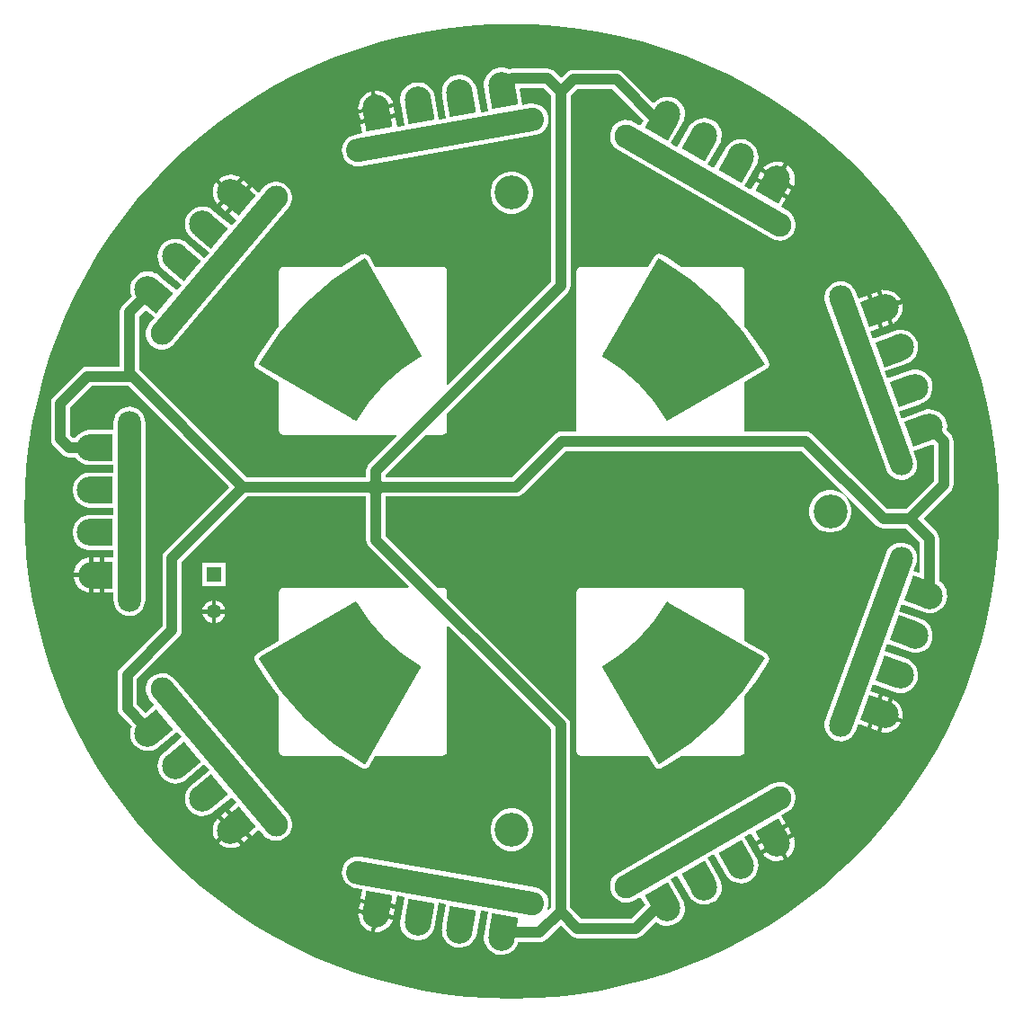
<source format=gtl>
G04*
G04 #@! TF.GenerationSoftware,Altium Limited,Altium Designer,21.7.2 (23)*
G04*
G04 Layer_Physical_Order=1*
G04 Layer_Color=255*
%FSTAX44Y44*%
%MOMM*%
G71*
G04*
G04 #@! TF.SameCoordinates,382B67D8-D4E2-4276-A31F-CACD3676A529*
G04*
G04*
G04 #@! TF.FilePolarity,Positive*
G04*
G01*
G75*
%ADD10C,0.2000*%
G04:AMPARAMS|DCode=11|XSize=2.2mm|YSize=18.9mm|CornerRadius=1.1mm|HoleSize=0mm|Usage=FLASHONLY|Rotation=320.000|XOffset=0mm|YOffset=0mm|HoleType=Round|Shape=RoundedRectangle|*
%AMROUNDEDRECTD11*
21,1,2.2000,16.7000,0,0,320.0*
21,1,0.0000,18.9000,0,0,320.0*
1,1,2.2000,-5.3673,-6.3965*
1,1,2.2000,-5.3673,-6.3965*
1,1,2.2000,5.3673,6.3965*
1,1,2.2000,5.3673,6.3965*
%
%ADD11ROUNDEDRECTD11*%
G04:AMPARAMS|DCode=12|XSize=2.2mm|YSize=18.9mm|CornerRadius=1.1mm|HoleSize=0mm|Usage=FLASHONLY|Rotation=240.000|XOffset=0mm|YOffset=0mm|HoleType=Round|Shape=RoundedRectangle|*
%AMROUNDEDRECTD12*
21,1,2.2000,16.7000,0,0,240.0*
21,1,0.0000,18.9000,0,0,240.0*
1,1,2.2000,-7.2313,4.1750*
1,1,2.2000,-7.2313,4.1750*
1,1,2.2000,7.2313,-4.1750*
1,1,2.2000,7.2313,-4.1750*
%
%ADD12ROUNDEDRECTD12*%
G04:AMPARAMS|DCode=13|XSize=2.2mm|YSize=18.9mm|CornerRadius=1.1mm|HoleSize=0mm|Usage=FLASHONLY|Rotation=160.000|XOffset=0mm|YOffset=0mm|HoleType=Round|Shape=RoundedRectangle|*
%AMROUNDEDRECTD13*
21,1,2.2000,16.7000,0,0,160.0*
21,1,0.0000,18.9000,0,0,160.0*
1,1,2.2000,2.8559,7.8464*
1,1,2.2000,2.8559,7.8464*
1,1,2.2000,-2.8559,-7.8464*
1,1,2.2000,-2.8559,-7.8464*
%
%ADD13ROUNDEDRECTD13*%
G04:AMPARAMS|DCode=14|XSize=2.2mm|YSize=18.9mm|CornerRadius=1.1mm|HoleSize=0mm|Usage=FLASHONLY|Rotation=80.000|XOffset=0mm|YOffset=0mm|HoleType=Round|Shape=RoundedRectangle|*
%AMROUNDEDRECTD14*
21,1,2.2000,16.7000,0,0,80.0*
21,1,0.0000,18.9000,0,0,80.0*
1,1,2.2000,8.2232,-1.4500*
1,1,2.2000,8.2232,-1.4500*
1,1,2.2000,-8.2232,1.4500*
1,1,2.2000,-8.2232,1.4500*
%
%ADD14ROUNDEDRECTD14*%
G04:AMPARAMS|DCode=15|XSize=2.2mm|YSize=18.9mm|CornerRadius=1.1mm|HoleSize=0mm|Usage=FLASHONLY|Rotation=0.000|XOffset=0mm|YOffset=0mm|HoleType=Round|Shape=RoundedRectangle|*
%AMROUNDEDRECTD15*
21,1,2.2000,16.7000,0,0,0.0*
21,1,0.0000,18.9000,0,0,0.0*
1,1,2.2000,0.0000,-8.3500*
1,1,2.2000,0.0000,-8.3500*
1,1,2.2000,0.0000,8.3500*
1,1,2.2000,0.0000,8.3500*
%
%ADD15ROUNDEDRECTD15*%
G04:AMPARAMS|DCode=16|XSize=2.2mm|YSize=18.9mm|CornerRadius=1.1mm|HoleSize=0mm|Usage=FLASHONLY|Rotation=280.000|XOffset=0mm|YOffset=0mm|HoleType=Round|Shape=RoundedRectangle|*
%AMROUNDEDRECTD16*
21,1,2.2000,16.7000,0,0,280.0*
21,1,0.0000,18.9000,0,0,280.0*
1,1,2.2000,-8.2232,-1.4500*
1,1,2.2000,-8.2232,-1.4500*
1,1,2.2000,8.2232,1.4500*
1,1,2.2000,8.2232,1.4500*
%
%ADD16ROUNDEDRECTD16*%
G04:AMPARAMS|DCode=17|XSize=2.2mm|YSize=18.9mm|CornerRadius=1.1mm|HoleSize=0mm|Usage=FLASHONLY|Rotation=200.000|XOffset=0mm|YOffset=0mm|HoleType=Round|Shape=RoundedRectangle|*
%AMROUNDEDRECTD17*
21,1,2.2000,16.7000,0,0,200.0*
21,1,0.0000,18.9000,0,0,200.0*
1,1,2.2000,-2.8559,7.8464*
1,1,2.2000,-2.8559,7.8464*
1,1,2.2000,2.8559,-7.8464*
1,1,2.2000,2.8559,-7.8464*
%
%ADD17ROUNDEDRECTD17*%
G04:AMPARAMS|DCode=18|XSize=2.2mm|YSize=18.9mm|CornerRadius=1.1mm|HoleSize=0mm|Usage=FLASHONLY|Rotation=120.000|XOffset=0mm|YOffset=0mm|HoleType=Round|Shape=RoundedRectangle|*
%AMROUNDEDRECTD18*
21,1,2.2000,16.7000,0,0,120.0*
21,1,0.0000,18.9000,0,0,120.0*
1,1,2.2000,7.2313,4.1750*
1,1,2.2000,7.2313,4.1750*
1,1,2.2000,-7.2313,-4.1750*
1,1,2.2000,-7.2313,-4.1750*
%
%ADD18ROUNDEDRECTD18*%
G04:AMPARAMS|DCode=19|XSize=2.2mm|YSize=18.9mm|CornerRadius=1.1mm|HoleSize=0mm|Usage=FLASHONLY|Rotation=40.000|XOffset=0mm|YOffset=0mm|HoleType=Round|Shape=RoundedRectangle|*
%AMROUNDEDRECTD19*
21,1,2.2000,16.7000,0,0,40.0*
21,1,0.0000,18.9000,0,0,40.0*
1,1,2.2000,5.3673,-6.3965*
1,1,2.2000,5.3673,-6.3965*
1,1,2.2000,-5.3673,6.3965*
1,1,2.2000,-5.3673,6.3965*
%
%ADD19ROUNDEDRECTD19*%
G04:AMPARAMS|DCode=23|XSize=2mm|YSize=2.5mm|CornerRadius=0mm|HoleSize=0mm|Usage=FLASHONLY|Rotation=320.000|XOffset=0mm|YOffset=0mm|HoleType=Round|Shape=Rectangle|*
%AMROTATEDRECTD23*
4,1,4,-1.5695,-0.3148,0.0374,1.6003,1.5695,0.3148,-0.0374,-1.6003,-1.5695,-0.3148,0.0*
%
%ADD23ROTATEDRECTD23*%

%ADD24C,2.5000*%
G04:AMPARAMS|DCode=25|XSize=2mm|YSize=2.5mm|CornerRadius=0mm|HoleSize=0mm|Usage=FLASHONLY|Rotation=240.000|XOffset=0mm|YOffset=0mm|HoleType=Round|Shape=Rectangle|*
%AMROTATEDRECTD25*
4,1,4,-0.5825,1.4910,1.5825,0.2410,0.5825,-1.4910,-1.5825,-0.2410,-0.5825,1.4910,0.0*
%
%ADD25ROTATEDRECTD25*%

G04:AMPARAMS|DCode=26|XSize=2mm|YSize=2.5mm|CornerRadius=0mm|HoleSize=0mm|Usage=FLASHONLY|Rotation=160.000|XOffset=0mm|YOffset=0mm|HoleType=Round|Shape=Rectangle|*
%AMROTATEDRECTD26*
4,1,4,1.3672,0.8326,0.5122,-1.5166,-1.3672,-0.8326,-0.5122,1.5166,1.3672,0.8326,0.0*
%
%ADD26ROTATEDRECTD26*%

G04:AMPARAMS|DCode=27|XSize=2mm|YSize=2.5mm|CornerRadius=0mm|HoleSize=0mm|Usage=FLASHONLY|Rotation=80.000|XOffset=0mm|YOffset=0mm|HoleType=Round|Shape=Rectangle|*
%AMROTATEDRECTD27*
4,1,4,1.0574,-1.2019,-1.4047,-0.7678,-1.0574,1.2019,1.4047,0.7678,1.0574,-1.2019,0.0*
%
%ADD27ROTATEDRECTD27*%

%ADD28R,2.0000X2.5000*%
G04:AMPARAMS|DCode=29|XSize=2mm|YSize=2.5mm|CornerRadius=0mm|HoleSize=0mm|Usage=FLASHONLY|Rotation=280.000|XOffset=0mm|YOffset=0mm|HoleType=Round|Shape=Rectangle|*
%AMROTATEDRECTD29*
4,1,4,-1.4047,0.7678,1.0574,1.2019,1.4047,-0.7678,-1.0574,-1.2019,-1.4047,0.7678,0.0*
%
%ADD29ROTATEDRECTD29*%

G04:AMPARAMS|DCode=30|XSize=2mm|YSize=2.5mm|CornerRadius=0mm|HoleSize=0mm|Usage=FLASHONLY|Rotation=200.000|XOffset=0mm|YOffset=0mm|HoleType=Round|Shape=Rectangle|*
%AMROTATEDRECTD30*
4,1,4,0.5122,1.5166,1.3672,-0.8326,-0.5122,-1.5166,-1.3672,0.8326,0.5122,1.5166,0.0*
%
%ADD30ROTATEDRECTD30*%

G04:AMPARAMS|DCode=31|XSize=2mm|YSize=2.5mm|CornerRadius=0mm|HoleSize=0mm|Usage=FLASHONLY|Rotation=120.000|XOffset=0mm|YOffset=0mm|HoleType=Round|Shape=Rectangle|*
%AMROTATEDRECTD31*
4,1,4,1.5825,-0.2410,-0.5825,-1.4910,-1.5825,0.2410,0.5825,1.4910,1.5825,-0.2410,0.0*
%
%ADD31ROTATEDRECTD31*%

G04:AMPARAMS|DCode=32|XSize=2mm|YSize=2.5mm|CornerRadius=0mm|HoleSize=0mm|Usage=FLASHONLY|Rotation=40.000|XOffset=0mm|YOffset=0mm|HoleType=Round|Shape=Rectangle|*
%AMROTATEDRECTD32*
4,1,4,0.0374,-1.6003,-1.5695,0.3148,-0.0374,1.6003,1.5695,-0.3148,0.0374,-1.6003,0.0*
%
%ADD32ROTATEDRECTD32*%

%ADD33C,1.0000*%
%ADD34C,0.6000*%
%ADD35C,1.3500*%
%ADD36R,1.3500X1.3500*%
%ADD37C,3.2000*%
%ADD38C,0.5000*%
%ADD39C,0.8000*%
%ADD40C,1.6000*%
G36*
X00021198Y00458506D02*
X00042351Y00457038D01*
X00063413Y00454594D01*
X0008434Y0045118D01*
X00105087Y00446804D01*
X0012561Y00441474D01*
X00145865Y00435201D01*
X00165808Y00428D01*
X00185398Y00419886D01*
X00204592Y00410876D01*
X00223349Y00400989D01*
X0024163Y00390246D01*
X00259395Y0037867D01*
X00276607Y00366286D01*
X00293228Y00353121D01*
X00309223Y00339202D01*
X00324559Y00324559D01*
X00339202Y00309223D01*
X00353121Y00293228D01*
X00366286Y00276607D01*
X0037867Y00259395D01*
X00390246Y0024163D01*
X00400989Y00223349D01*
X00410876Y00204592D01*
X00419886Y00185398D01*
X00428Y00165808D01*
X00435201Y00145865D01*
X00441474Y0012561D01*
X00446804Y00105087D01*
X0045118Y0008434D01*
X00454594Y00063413D01*
X00457038Y00042351D01*
X00458506Y00021198D01*
X00458996Y0D01*
X00458506Y-00021198D01*
X00457038Y-00042351D01*
X00454594Y-00063413D01*
X0045118Y-0008434D01*
X00446804Y-00105087D01*
X00441474Y-0012561D01*
X00435201Y-00145865D01*
X00428Y-00165808D01*
X00419886Y-00185398D01*
X00410876Y-00204592D01*
X00400989Y-00223349D01*
X00390246Y-0024163D01*
X0037867Y-00259395D01*
X00366286Y-00276607D01*
X00353121Y-00293228D01*
X00339202Y-00309223D01*
X00324559Y-00324559D01*
X00309223Y-00339202D01*
X00293228Y-00353121D01*
X00276607Y-00366286D01*
X00259395Y-0037867D01*
X0024163Y-00390246D01*
X00223349Y-00400989D01*
X00204592Y-00410876D01*
X00185398Y-00419886D01*
X00165808Y-00428D01*
X00145865Y-00435201D01*
X0012561Y-00441474D01*
X00105087Y-00446804D01*
X0008434Y-0045118D01*
X00063413Y-00454594D01*
X00042351Y-00457038D01*
X00021198Y-00458506D01*
X0Y-00458996D01*
X-00021198Y-00458506D01*
X-00042351Y-00457038D01*
X-00063413Y-00454594D01*
X-0008434Y-0045118D01*
X-00105087Y-00446804D01*
X-0012561Y-00441474D01*
X-00145865Y-00435201D01*
X-00165808Y-00428D01*
X-00185398Y-00419886D01*
X-00204592Y-00410876D01*
X-00223349Y-00400989D01*
X-0024163Y-00390246D01*
X-00259395Y-0037867D01*
X-00276607Y-00366286D01*
X-00293228Y-00353121D01*
X-00309223Y-00339202D01*
X-00324559Y-00324559D01*
X-00339202Y-00309223D01*
X-00353121Y-00293228D01*
X-00366286Y-00276607D01*
X-0037867Y-00259395D01*
X-00390246Y-0024163D01*
X-00400989Y-00223349D01*
X-00410876Y-00204592D01*
X-00419886Y-00185398D01*
X-00428Y-00165808D01*
X-00435201Y-00145865D01*
X-00441474Y-0012561D01*
X-00446804Y-00105087D01*
X-0045118Y-0008434D01*
X-00454594Y-00063413D01*
X-00457038Y-00042351D01*
X-00458506Y-00021198D01*
X-00458996Y0D01*
X-00458506Y00021198D01*
X-00457038Y00042351D01*
X-00454594Y00063413D01*
X-0045118Y0008434D01*
X-00446804Y00105087D01*
X-00441474Y0012561D01*
X-00435201Y00145865D01*
X-00428Y00165808D01*
X-00419886Y00185398D01*
X-00410876Y00204592D01*
X-00400989Y00223349D01*
X-00390246Y0024163D01*
X-0037867Y00259395D01*
X-00366286Y00276607D01*
X-00353121Y00293228D01*
X-00339202Y00309223D01*
X-00324559Y00324559D01*
X-00309223Y00339202D01*
X-00293228Y00353121D01*
X-00276607Y00366286D01*
X-00259395Y0037867D01*
X-0024163Y00390246D01*
X-00223349Y00400989D01*
X-00204592Y00410876D01*
X-00185398Y00419886D01*
X-00165808Y00428D01*
X-00145865Y00435201D01*
X-0012561Y00441474D01*
X-00105087Y00446804D01*
X-0008434Y0045118D01*
X-00063413Y00454594D01*
X-00042351Y00457038D01*
X-00021198Y00458506D01*
X0Y00458996D01*
X00021198Y00458506D01*
D02*
G37*
%LPC*%
G36*
X-00128736Y00396088D02*
X-00126231Y00381882D01*
X-00111951Y003844D01*
X-00112298Y00386369D01*
X-00112764Y00386287D01*
X-00113064Y0038706D01*
X-0011481Y00389801D01*
X-00117058Y00392149D01*
X-0011972Y00394013D01*
X-00122695Y00395322D01*
X-00125869Y00396026D01*
X-00128736Y00396088D01*
D02*
G37*
G36*
X-00132675Y00395393D02*
X-00135348Y00394354D01*
X-00138089Y00392608D01*
X-00140437Y0039036D01*
X-00142301Y00387698D01*
X-0014361Y00384723D01*
X-00144314Y0038155D01*
X-00144332Y00380721D01*
X-00144797Y00380639D01*
X-0014445Y00378669D01*
X-0013017Y00381187D01*
X-00132675Y00395393D01*
D02*
G37*
G36*
X-00011115Y00417919D02*
X-00014316Y00417355D01*
X-00017345Y00416177D01*
X-00020086Y0041443D01*
X-00022434Y00412183D01*
X-00024298Y0040952D01*
X-00025607Y00406545D01*
X-00026311Y00403372D01*
X-00026351Y00401524D01*
X-0002662Y00401477D01*
X-00022292Y00376928D01*
X-00029185Y00375713D01*
X-00033514Y00400261D01*
X-00033783Y00400214D01*
X-00034453Y00401936D01*
X-000362Y00404678D01*
X-00038447Y00407025D01*
X-00041109Y0040889D01*
X-00044084Y00410199D01*
X-00047258Y00410902D01*
X-00050507Y00410973D01*
X-00053708Y00410409D01*
X-00056737Y00409231D01*
X-00059478Y00407484D01*
X-00061826Y00405237D01*
X-0006369Y00402574D01*
X-00064999Y00399599D01*
X-00065703Y00396426D01*
X-00065743Y00394578D01*
X-00066012Y00394531D01*
X-00065774Y00393177D01*
Y00393177D01*
X-00065209Y00389976D01*
X-00065209Y00389975D01*
X-00061684Y00369982D01*
X-00068577Y00368767D01*
X-00072906Y00393315D01*
X-00073176Y00393268D01*
X-00073845Y00394991D01*
X-00075592Y00397732D01*
X-00077839Y0040008D01*
X-00080502Y00401944D01*
X-00083477Y00403253D01*
X-0008665Y00403956D01*
X-00089899Y00404027D01*
X-000931Y00403463D01*
X-00096129Y00402285D01*
X-00098871Y00400538D01*
X-00101218Y00398291D01*
X-00103083Y00395629D01*
X-00104392Y00392654D01*
X-00105095Y0038948D01*
X-00105135Y00387632D01*
X-00105405Y00387585D01*
X-00105166Y00386231D01*
Y00386231D01*
X-00104602Y0038303D01*
X-00104602Y0038303D01*
X-00101076Y00363036D01*
X-0010797Y00361821D01*
X-0010952Y00370612D01*
X-00125769Y00367747D01*
X-00142019Y00364882D01*
X-00140469Y0035609D01*
X-00147362Y00354875D01*
X-00150208Y00354079D01*
X-00152843Y00352743D01*
X-00155168Y00350919D01*
X-00157092Y00348676D01*
X-00158541Y00346102D01*
X-0015946Y00343293D01*
X-00159814Y0034036D01*
X-00159588Y00337414D01*
X-00158792Y00334568D01*
X-00157457Y00331933D01*
X-00155633Y00329608D01*
X-0015339Y00327684D01*
X-00150815Y00326235D01*
X-00148007Y00325316D01*
X-00145074Y00324962D01*
X-00142128Y00325188D01*
X00022335Y00354187D01*
X00025181Y00354983D01*
X00027817Y00356318D01*
X00030141Y00358143D01*
X00032065Y00360385D01*
X00033514Y0036296D01*
X00034433Y00365768D01*
X00034787Y00368702D01*
X00034562Y00371648D01*
X00033766Y00374493D01*
X0003243Y00377129D01*
X00030606Y00379453D01*
X00028363Y00381377D01*
X00025789Y00382826D01*
X0002298Y00383746D01*
X00020047Y00384099D01*
X00017101Y00383874D01*
X00010207Y00382658D01*
X00007511Y00397949D01*
X00008327Y00398922D01*
X00030057D01*
X00037476Y00391503D01*
Y00379766D01*
X00037383Y00379059D01*
Y00216221D01*
X-00059748Y00119089D01*
X-00060922Y00119575D01*
Y00226D01*
X-00061232Y00227561D01*
X-00062116Y00228884D01*
X-00063439Y00229768D01*
X-00065Y00230078D01*
X-0012847D01*
X-00134183Y00239974D01*
X-00134623Y00240475D01*
X-00134993Y0024103D01*
X-00135273Y00241217D01*
X-00135494Y00241469D01*
X-00136093Y00241764D01*
X-00136647Y00242135D01*
X-00136977Y002422D01*
X-00137278Y00242349D01*
X-00137944Y00242393D01*
X-00138598Y00242523D01*
X-00138928Y00242457D01*
X-00139263Y00242479D01*
X-00139895Y00242265D01*
X-00140549Y00242135D01*
X-00140829Y00241948D01*
X-00141147Y0024184D01*
X-00141455Y0024157D01*
X-00145931Y00239045D01*
X-001598Y00230078D01*
X-00215D01*
X-00216561Y00229768D01*
X-00217884Y00228884D01*
X-00218768Y00227561D01*
X-00219078Y00226D01*
Y00174586D01*
X-00220172Y00173273D01*
X-00230022Y00159887D01*
X-00239045Y00145931D01*
X-0024157Y00141455D01*
X-0024184Y00141147D01*
X-00241948Y00140829D01*
X-00242135Y00140549D01*
X-00242265Y00139895D01*
X-00242479Y00139263D01*
X-00242457Y00138928D01*
X-00242523Y00138598D01*
X-00242393Y00137944D01*
X-00242349Y00137278D01*
X-002422Y00136977D01*
X-00242135Y00136647D01*
X-00241764Y00136093D01*
X-00241469Y00135494D01*
X-00241217Y00135273D01*
X-0024103Y00134993D01*
X-00240475Y00134623D01*
X-00239974Y00134183D01*
X-00219078Y00122119D01*
Y00076D01*
X-00218768Y00074439D01*
X-00217884Y00073116D01*
X-00216561Y00072232D01*
X-00215Y00071922D01*
X-00108575D01*
X-00108089Y00070748D01*
X-00134419Y00044419D01*
X-00135862Y00042539D01*
X-00136768Y00040349D01*
X-00137078Y00038D01*
Y00032078D01*
X-0024924D01*
X-00351002Y00133839D01*
Y00183845D01*
X-0034512Y00189727D01*
X-00336496Y0018249D01*
X-00340995Y00177127D01*
X-00342663Y00174689D01*
X-00343824Y00171971D01*
X-00344432Y0016908D01*
X-00344464Y00166125D01*
X-00343919Y00163221D01*
X-00342818Y00160479D01*
X-00341204Y00158005D01*
X-00339137Y00155893D01*
X-00336698Y00154224D01*
X-00333981Y00153064D01*
X-0033109Y00152456D01*
X-00328135Y00152424D01*
X-00325231Y00152968D01*
X-00322489Y00154069D01*
X-00320014Y00155684D01*
X-00317903Y0015775D01*
X-00210557Y0028568D01*
X-00208889Y00288118D01*
X-00207728Y00290836D01*
X-0020712Y00293727D01*
X-00207088Y00296682D01*
X-00207633Y00299586D01*
X-00208734Y00302328D01*
X-00210348Y00304802D01*
X-00212415Y00306915D01*
X-00214853Y00308583D01*
X-00217571Y00309743D01*
X-00220462Y00310351D01*
X-00223417Y00310383D01*
X-00226321Y00309839D01*
X-00229063Y00308738D01*
X-00231537Y00307123D01*
X-0023365Y00305057D01*
X-00238149Y00299694D01*
X-00244988Y00305433D01*
X-00255594Y00292793D01*
X-002662Y00280153D01*
X-00259361Y00274415D01*
X-0026386Y00269053D01*
X-00279413Y00282102D01*
X-00279413Y00282103D01*
X-00281903Y00284192D01*
X-00281903Y00284192D01*
X-00282956Y00285076D01*
X-00283132Y00284866D01*
X-00284752Y00285755D01*
X-00287852Y00286733D01*
X-00291083Y00287086D01*
X-00294321Y00286803D01*
X-00297441Y00285894D01*
X-00300324Y00284393D01*
X-00302859Y00282358D01*
X-00304948Y00279869D01*
X-00306511Y00277019D01*
X-00307489Y00273919D01*
X-00307843Y00270688D01*
X-00307559Y00267451D01*
X-0030665Y0026433D01*
X-00305149Y00261447D01*
X-00303992Y00260006D01*
X-00304168Y00259796D01*
X-00285072Y00243773D01*
X-00289572Y00238411D01*
X-00308668Y00254434D01*
X-00308843Y00254224D01*
X-00310464Y00255113D01*
X-00313564Y00256091D01*
X-00316794Y00256445D01*
X-00320032Y00256161D01*
X-00323153Y00255252D01*
X-00326036Y00253751D01*
X-00328571Y00251717D01*
X-0033066Y00249227D01*
X-00332223Y00246377D01*
X-003332Y00243277D01*
X-00333554Y00240047D01*
X-00333271Y00236809D01*
X-00332361Y00233688D01*
X-00330861Y00230805D01*
X-00329704Y00229364D01*
X-00329879Y00229154D01*
X-00328826Y00228271D01*
X-00328826Y00228271D01*
X-00326337Y00226182D01*
X-00326336Y00226181D01*
X-00310784Y00213131D01*
X-00315284Y00207769D01*
X-00330836Y00220819D01*
X-00330836Y00220819D01*
X-00333326Y00222908D01*
X-00333326Y00222908D01*
X-00334379Y00223792D01*
X-00334555Y00223583D01*
X-00336175Y00224472D01*
X-00339275Y00225449D01*
X-00342506Y00225803D01*
X-00345744Y0022552D01*
X-00348864Y0022461D01*
X-00351747Y00223109D01*
X-00354282Y00221075D01*
X-00356371Y00218585D01*
X-00357935Y00215736D01*
X-00358912Y00212636D01*
X-00359266Y00209405D01*
X-00358983Y00206167D01*
X-00358073Y00203047D01*
X-00357868Y00202654D01*
X-00366498Y00194024D01*
X-00367941Y00192144D01*
X-00368848Y00189955D01*
X-00369157Y00187605D01*
Y00136078D01*
X-00399609D01*
X-00401959Y00135768D01*
X-00404148Y00134861D01*
X-00406028Y00133419D01*
X-00431419Y00108028D01*
X-00432861Y00106148D01*
X-00433768Y00103959D01*
X-00434078Y00101609D01*
Y00068D01*
X-00433768Y00065651D01*
X-00432861Y00063461D01*
X-00431419Y00061581D01*
X-00423419Y00053581D01*
X-00421539Y00052139D01*
X-0041935Y00051232D01*
X-00417Y00050922D01*
X-00417Y00050922D01*
X-00410779D01*
X-00409816Y00049482D01*
X-00407518Y00047184D01*
X-00404816Y00045378D01*
X-00401813Y00044134D01*
X-004Y00043773D01*
Y000435D01*
X-00375073D01*
Y000365D01*
X-004D01*
Y00036226D01*
X-00401813Y00035866D01*
X-00404816Y00034622D01*
X-00407518Y00032816D01*
X-00409816Y00030518D01*
X-00411622Y00027816D01*
X-00412866Y00024813D01*
X-004135Y00021625D01*
Y00018375D01*
X-00412866Y00015187D01*
X-00411622Y00012184D01*
X-00409816Y00009482D01*
X-00407518Y00007184D01*
X-00404816Y00005378D01*
X-00401813Y00004134D01*
X-004Y00003774D01*
Y000035D01*
X-00375073D01*
Y-000035D01*
X-00395375D01*
X-00395375Y-000035D01*
X-00398625D01*
X-00398625Y-000035D01*
X-004D01*
Y-00003774D01*
X-00401813Y-00004134D01*
X-00404816Y-00005378D01*
X-00407518Y-00007184D01*
X-00409816Y-00009482D01*
X-00411622Y-00012184D01*
X-00412866Y-00015187D01*
X-004135Y-00018375D01*
Y-00021625D01*
X-00412866Y-00024813D01*
X-00411622Y-00027816D01*
X-00409816Y-00030518D01*
X-00407518Y-00032816D01*
X-00404816Y-00034622D01*
X-00401813Y-00035866D01*
X-004Y-00036226D01*
Y-000365D01*
X-00375073D01*
Y-000435D01*
X-00384D01*
Y-0006D01*
Y-000765D01*
X-00375073D01*
Y-000835D01*
X-00374783Y-0008644D01*
X-00373925Y-00089268D01*
X-00372532Y-00091874D01*
X-00370658Y-00094158D01*
X-00368374Y-00096032D01*
X-00365768Y-00097425D01*
X-0036294Y-00098283D01*
X-0036Y-00098573D01*
X-0035706Y-00098283D01*
X-00354232Y-00097425D01*
X-00351626Y-00096032D01*
X-00349342Y-00094158D01*
X-00347468Y-00091874D01*
X-00346075Y-00089268D01*
X-00345217Y-0008644D01*
X-00344927Y-000835D01*
Y000835D01*
X-00345217Y0008644D01*
X-00346075Y00089268D01*
X-00347468Y00091874D01*
X-00349342Y00094158D01*
X-00351626Y00096032D01*
X-00354232Y00097425D01*
X-0035706Y00098283D01*
X-0036Y00098573D01*
X-0036294Y00098283D01*
X-00365768Y00097425D01*
X-00368374Y00096032D01*
X-00370658Y00094158D01*
X-00372532Y00091874D01*
X-00373925Y00089268D01*
X-00374783Y0008644D01*
X-00375073Y000835D01*
Y000765D01*
X-004D01*
Y00076227D01*
X-00401813Y00075866D01*
X-00404816Y00074622D01*
X-00407518Y00072816D01*
X-00409816Y00070518D01*
X-00410779Y00069078D01*
X-0041324D01*
X-00415922Y0007176D01*
Y00097849D01*
X-00395849Y00117922D01*
X-0036076D01*
X-00265838Y00023D01*
X-00326419Y-00037581D01*
X-00327861Y-00039461D01*
X-00328768Y-00041651D01*
X-00329078Y-00044D01*
Y-0010824D01*
X-00368419Y-00147581D01*
X-00369861Y-00149461D01*
X-00370768Y-0015165D01*
X-00371078Y-00154D01*
Y-00185684D01*
X-00370768Y-00188034D01*
X-00369861Y-00190223D01*
X-00368419Y-00192103D01*
X-00357868Y-00202654D01*
X-00358073Y-00203046D01*
X-00358983Y-00206167D01*
X-00359266Y-00209405D01*
X-00358912Y-00212636D01*
X-00357935Y-00215735D01*
X-00356371Y-00218585D01*
X-00354282Y-00221075D01*
X-00351747Y-00223109D01*
X-00348864Y-0022461D01*
X-00345744Y-0022552D01*
X-00342506Y-00225803D01*
X-00339275Y-00225449D01*
X-00336175Y-00224471D01*
X-00334555Y-00223582D01*
X-00334379Y-00223792D01*
X-00315284Y-00207769D01*
X-00310784Y-00213131D01*
X-00326337Y-00226181D01*
X-00328826Y-00228271D01*
X-00328826Y-00228271D01*
X-0032988Y-00229154D01*
X-00329704Y-00229364D01*
X-00330861Y-00230805D01*
X-00332361Y-00233688D01*
X-00333271Y-00236809D01*
X-00333554Y-00240047D01*
X-003332Y-00243277D01*
X-00332223Y-00246377D01*
X-0033066Y-00249227D01*
X-00328571Y-00251717D01*
X-00326036Y-00253751D01*
X-00323153Y-00255252D01*
X-00320032Y-00256161D01*
X-00316795Y-00256445D01*
X-00313564Y-00256091D01*
X-00310464Y-00255113D01*
X-00308843Y-00254224D01*
X-00308668Y-00254434D01*
X-00289572Y-00238411D01*
X-00285072Y-00243773D01*
X-00304168Y-00259796D01*
X-00303992Y-00260006D01*
X-00305149Y-00261447D01*
X-0030665Y-0026433D01*
X-0030756Y-00267451D01*
X-00307843Y-00270688D01*
X-00307489Y-00273919D01*
X-00306511Y-00277019D01*
X-00304948Y-00279869D01*
X-00302859Y-00282358D01*
X-00300324Y-00284393D01*
X-00297441Y-00285894D01*
X-00294321Y-00286803D01*
X-00291083Y-00287086D01*
X-00287852Y-00286733D01*
X-00284752Y-00285755D01*
X-00283132Y-00284866D01*
X-00282956Y-00285076D01*
X-0026386Y-00269053D01*
X-00259361Y-00274415D01*
X-002662Y-00280153D01*
X-00255594Y-00292793D01*
X-00244988Y-00305433D01*
X-00238149Y-00299694D01*
X-0023365Y-00305057D01*
X-00231537Y-00307123D01*
X-00229063Y-00308738D01*
X-00226321Y-00309839D01*
X-00223417Y-00310383D01*
X-00220462Y-00310351D01*
X-00217571Y-00309743D01*
X-00214853Y-00308583D01*
X-00212415Y-00306915D01*
X-00210348Y-00304802D01*
X-00208734Y-00302328D01*
X-00207633Y-00299586D01*
X-00207088Y-00296682D01*
X-0020712Y-00293727D01*
X-00207728Y-00290836D01*
X-00208889Y-00288118D01*
X-00210557Y-0028568D01*
X-00317903Y-0015775D01*
X-00320014Y-00155684D01*
X-00322489Y-00154069D01*
X-00325231Y-00152968D01*
X-00328135Y-00152424D01*
X-0033109Y-00152456D01*
X-00333981Y-00153064D01*
X-00336698Y-00154224D01*
X-00339137Y-00155893D01*
X-00341204Y-00158005D01*
X-00342818Y-00160479D01*
X-00343919Y-00163221D01*
X-00344464Y-00166125D01*
X-00344432Y-0016908D01*
X-00343824Y-00171971D01*
X-00342663Y-00174689D01*
X-00340995Y-00177127D01*
X-00336496Y-0018249D01*
X-0034512Y-00189727D01*
X-00352922Y-00181924D01*
Y-0015776D01*
X-00313581Y-00118419D01*
X-00312139Y-00116539D01*
X-00311232Y-00114349D01*
X-00310922Y-00112D01*
Y-0004776D01*
X-0024924Y00013922D01*
X-00137078D01*
Y-00027D01*
X-00136768Y-0002935D01*
X-00135862Y-00031539D01*
X-00134419Y-00033419D01*
X-00097089Y-00070748D01*
X-00097575Y-00071922D01*
X-00215D01*
X-00216561Y-00072232D01*
X-00217884Y-00073116D01*
X-00218768Y-00074439D01*
X-00219078Y-00076D01*
Y-00122119D01*
X-00239974Y-00134183D01*
X-00240475Y-00134623D01*
X-0024103Y-00134993D01*
X-00241217Y-00135273D01*
X-00241469Y-00135494D01*
X-00241764Y-00136093D01*
X-00242135Y-00136647D01*
X-002422Y-00136977D01*
X-00242349Y-00137278D01*
X-00242393Y-00137944D01*
X-00242523Y-00138598D01*
X-00242457Y-00138928D01*
X-00242479Y-00139263D01*
X-00242265Y-00139895D01*
X-00242135Y-00140549D01*
X-00241948Y-00140829D01*
X-0024184Y-00141147D01*
X-0024157Y-00141455D01*
X-00239045Y-00145931D01*
X-00230022Y-00159887D01*
X-00220172Y-00173273D01*
X-00219078Y-00174586D01*
Y-00226D01*
X-00218768Y-00227561D01*
X-00217884Y-00228884D01*
X-00216561Y-00229768D01*
X-00215Y-00230078D01*
X-001598D01*
X-00145931Y-00239045D01*
X-00141455Y-0024157D01*
X-00141147Y-0024184D01*
X-00140829Y-00241948D01*
X-00140549Y-00242135D01*
X-00139895Y-00242265D01*
X-00139263Y-00242479D01*
X-00138928Y-00242457D01*
X-00138598Y-00242523D01*
X-00137944Y-00242393D01*
X-00137278Y-00242349D01*
X-00136977Y-002422D01*
X-00136647Y-00242135D01*
X-00136092Y-00241764D01*
X-00135494Y-00241469D01*
X-00135273Y-00241217D01*
X-00134993Y-0024103D01*
X-00134623Y-00240475D01*
X-00134183Y-00239974D01*
X-0012847Y-00230078D01*
X-00065D01*
X-00063439Y-00229768D01*
X-00062116Y-00228884D01*
X-00061232Y-00227561D01*
X-00060922Y-00226D01*
Y-00108575D01*
X-00059748Y-00108089D01*
X00036922Y-0020476D01*
Y-0037324D01*
X00034697Y-00375465D01*
X00033656Y-00374711D01*
X00033766Y-00374493D01*
X00034562Y-00371648D01*
X00034787Y-00368702D01*
X00034433Y-00365768D01*
X00033514Y-0036296D01*
X00032065Y-00360385D01*
X00030141Y-00358143D01*
X00027817Y-00356318D01*
X00025181Y-00354983D01*
X00022335Y-00354187D01*
X-00142128Y-00325188D01*
X-00145074Y-00324962D01*
X-00148007Y-00325316D01*
X-00150815Y-00326235D01*
X-0015339Y-00327684D01*
X-00155633Y-00329608D01*
X-00157457Y-00331933D01*
X-00158792Y-00334568D01*
X-00159588Y-00337414D01*
X-00159814Y-0034036D01*
X-0015946Y-00343293D01*
X-00158541Y-00346102D01*
X-00157092Y-00348676D01*
X-00155168Y-00350919D01*
X-00152843Y-00352743D01*
X-00150208Y-00354079D01*
X-00147362Y-00354875D01*
X-00140469Y-0035609D01*
X-00142019Y-00364882D01*
X-00125769Y-00367747D01*
X-0010952Y-00370612D01*
X-0010797Y-00361821D01*
X-00101076Y-00363036D01*
X-00104602Y-0038303D01*
X-00104602Y-0038303D01*
X-00105166Y-00386231D01*
Y-00386231D01*
X-00105405Y-00387585D01*
X-00105135Y-00387632D01*
X-00105095Y-0038948D01*
X-00104392Y-00392654D01*
X-00103083Y-00395629D01*
X-00101218Y-00398291D01*
X-00098871Y-00400538D01*
X-00096129Y-00402285D01*
X-000931Y-00403463D01*
X-00089899Y-00404027D01*
X-0008665Y-00403956D01*
X-00083477Y-00403253D01*
X-00080502Y-00401944D01*
X-00077839Y-0040008D01*
X-00075592Y-00397732D01*
X-00073845Y-00394991D01*
X-00073176Y-00393268D01*
X-00072906Y-00393315D01*
X-00068577Y-00368767D01*
X-00061684Y-00369982D01*
X-00065209Y-00389976D01*
X-00065209Y-00389976D01*
X-00065774Y-00393177D01*
Y-00393177D01*
X-00066013Y-00394531D01*
X-00065743Y-00394578D01*
X-00065703Y-00396426D01*
X-00064999Y-00399599D01*
X-0006369Y-00402574D01*
X-00061826Y-00405237D01*
X-00059478Y-00407484D01*
X-00056737Y-00409231D01*
X-00053708Y-00410409D01*
X-00050507Y-00410973D01*
X-00047258Y-00410902D01*
X-00044084Y-00410199D01*
X-00041109Y-0040889D01*
X-00038447Y-00407025D01*
X-000362Y-00404678D01*
X-00034453Y-00401936D01*
X-00033783Y-00400214D01*
X-00033514Y-00400261D01*
X-00029185Y-00375713D01*
X-00022292Y-00376928D01*
X-00025817Y-00396922D01*
X-0002662Y-00401477D01*
X-00026351Y-00401524D01*
X-00026311Y-00403372D01*
X-00025607Y-00406545D01*
X-00024298Y-0040952D01*
X-00022434Y-00412183D01*
X-00020086Y-0041443D01*
X-00017345Y-00416177D01*
X-00014316Y-00417355D01*
X-00011115Y-00417919D01*
X-00007865Y-00417848D01*
X-00004692Y-00417145D01*
X-00001717Y-00415836D01*
X00000945Y-00413971D01*
X00003193Y-00411624D01*
X00004939Y-00408882D01*
X00005609Y-0040716D01*
X00005878Y-00407207D01*
X00006103Y-00405933D01*
X00026144D01*
X00028494Y-00405624D01*
X00030683Y-00404717D01*
X00032563Y-00403275D01*
X00046Y-00389838D01*
X00055581Y-00399419D01*
X00057461Y-00400862D01*
X00059651Y-00401768D01*
X00062Y-00402078D01*
X00116472D01*
X00118821Y-00401768D01*
X0012101Y-00400862D01*
X0012289Y-00399419D01*
X00135879Y-0038643D01*
X00137783Y-00387892D01*
X00140698Y-00389329D01*
X00143838Y-00390171D01*
X00147081Y-00390383D01*
X00150303Y-00389959D01*
X00153381Y-00388914D01*
X00156196Y-00387289D01*
X00158639Y-00385146D01*
X00160618Y-00382567D01*
X00162056Y-00379652D01*
X00162897Y-00376513D01*
X00163109Y-0037327D01*
X00162685Y-00370047D01*
X00162091Y-00368297D01*
X00162328Y-0036816D01*
X00149864Y-00346572D01*
X00155926Y-00343072D01*
X0016839Y-0036466D01*
X00168627Y-00364524D01*
X00169846Y-00365913D01*
X00172424Y-00367892D01*
X00175339Y-00369329D01*
X00178479Y-00370171D01*
X00181722Y-00370383D01*
X00184944Y-00369959D01*
X00188022Y-00368914D01*
X00190837Y-00367289D01*
X00193281Y-00365146D01*
X00195259Y-00362567D01*
X00196697Y-00359652D01*
X00197538Y-00356513D01*
X0019775Y-0035327D01*
X00197326Y-00350047D01*
X00196732Y-00348297D01*
X00196969Y-0034816D01*
X00196282Y-0034697D01*
X00196282Y-00346969D01*
X00194656Y-00344155D01*
X00194656Y-00344155D01*
X00184505Y-00326572D01*
X00190567Y-00323072D01*
X00203031Y-0034466D01*
X00203268Y-00344523D01*
X00204487Y-00345913D01*
X00207065Y-00347892D01*
X0020998Y-00349329D01*
X0021312Y-00350171D01*
X00216363Y-00350383D01*
X00219585Y-00349959D01*
X00222663Y-00348914D01*
X00225478Y-00347289D01*
X00227922Y-00345146D01*
X002299Y-00342567D01*
X00231338Y-00339652D01*
X00232179Y-00336513D01*
X00232391Y-0033327D01*
X00231967Y-00330047D01*
X00231373Y-00328297D01*
X0023161Y-0032816D01*
X00230923Y-0032697D01*
X00230923Y-00326969D01*
X00229297Y-00324155D01*
X00229297Y-00324155D01*
X00219146Y-00306572D01*
X00225208Y-00303072D01*
X00229672Y-00310804D01*
X00243962Y-00302554D01*
X00258251Y-00294304D01*
X00253787Y-00286572D01*
X00259849Y-00283072D01*
X00262251Y-00281351D01*
X00264271Y-00279195D01*
X00265831Y-00276686D01*
X00266872Y-0027392D01*
X00267353Y-00271005D01*
X00267257Y-00268052D01*
X00266586Y-00265174D01*
X00265366Y-00262483D01*
X00263645Y-00260081D01*
X00261489Y-00258061D01*
X00258979Y-00256501D01*
X00256214Y-0025546D01*
X00253299Y-00254979D01*
X00250346Y-00255075D01*
X00247468Y-00255746D01*
X00244777Y-00256966D01*
X00100151Y-00340466D01*
X00097749Y-00342187D01*
X00095729Y-00344343D01*
X00094169Y-00346853D01*
X00093128Y-00349618D01*
X00092647Y-00352533D01*
X00092743Y-00355486D01*
X00093414Y-00358364D01*
X00094634Y-00361055D01*
X00096355Y-00363457D01*
X00098511Y-00365477D01*
X0010102Y-00367037D01*
X00103786Y-00368078D01*
X00106701Y-00368559D01*
X00109654Y-00368463D01*
X00112532Y-00367792D01*
X00115223Y-00366572D01*
X00121285Y-00363072D01*
X00125779Y-00370855D01*
X00112711Y-00383922D01*
X0006576D01*
X00055078Y-0037324D01*
Y-00201D01*
X00054768Y-0019865D01*
X00053861Y-00196461D01*
X00052419Y-00194581D01*
X-00060922Y-00081241D01*
Y-00076D01*
X-00061232Y-00074439D01*
X-00062116Y-00073116D01*
X-00063439Y-00072232D01*
X-00065Y-00071922D01*
X-00070241D01*
X-00118922Y-0002324D01*
Y00013922D01*
X00004D01*
X00006349Y00014232D01*
X00008539Y00015139D01*
X00010419Y00016581D01*
X0005076Y00056922D01*
X0027324D01*
X00343581Y-00013419D01*
X00343581Y-00013419D01*
X00345461Y-00014862D01*
X0034765Y-00015768D01*
X0035Y-00016078D01*
X0037124D01*
X00384503Y-00029341D01*
Y-00057431D01*
X00383463Y-00058159D01*
X00378618Y-00056396D01*
X00381012Y-00049818D01*
X00381745Y-00046956D01*
X00381906Y-00044005D01*
X00381489Y-0004108D01*
X00380508Y-00038293D01*
X00379003Y-0003575D01*
X00377031Y-0003355D01*
X00374667Y-00031777D01*
X00372003Y-00030499D01*
X00369141Y-00029766D01*
X00366191Y-00029605D01*
X00363265Y-00030022D01*
X00360478Y-00031003D01*
X00357935Y-00032508D01*
X00355735Y-0003448D01*
X00353962Y-00036844D01*
X00352684Y-00039508D01*
X00295567Y-00196436D01*
X00294834Y-00199299D01*
X00294672Y-00202249D01*
X0029509Y-00205174D01*
X0029607Y-00207962D01*
X00297575Y-00210504D01*
X00299548Y-00212704D01*
X00301911Y-00214477D01*
X00304576Y-00215755D01*
X00307438Y-00216489D01*
X00310388Y-0021665D01*
X00313313Y-00216232D01*
X00316101Y-00215252D01*
X00318643Y-00213747D01*
X00320843Y-00211774D01*
X00322616Y-00209411D01*
X00323894Y-00206747D01*
X00326288Y-00200169D01*
X00334678Y-00203222D01*
X00340321Y-00187717D01*
X00345964Y-00172212D01*
X00337575Y-00169159D01*
X00339969Y-00162581D01*
X00363393Y-00171107D01*
X00363487Y-0017085D01*
X00365314Y-00171131D01*
X00368561Y-00170989D01*
X00371718Y-00170217D01*
X00374664Y-00168843D01*
X00377285Y-00166921D01*
X00379481Y-00164525D01*
X00381167Y-00161746D01*
X00382278Y-00158692D01*
X00382773Y-0015548D01*
X00382631Y-00152233D01*
X00381858Y-00149075D01*
X00380485Y-0014613D01*
X00378563Y-00143509D01*
X00376167Y-00141313D01*
X00374586Y-00140354D01*
X0037468Y-00140097D01*
X00370334Y-00138515D01*
X00370334Y-00138515D01*
X00351256Y-00131571D01*
X0035365Y-00124993D01*
X00377074Y-00133519D01*
X00377168Y-00133262D01*
X00378995Y-00133543D01*
X00382242Y-00133401D01*
X00385399Y-00132629D01*
X00388344Y-00131255D01*
X00390966Y-00129333D01*
X00393161Y-00126937D01*
X00394847Y-00124159D01*
X00395959Y-00121104D01*
X00396454Y-00117892D01*
X00396312Y-00114645D01*
X00395539Y-00111488D01*
X00394166Y-00108542D01*
X00392244Y-00105921D01*
X00389847Y-00103725D01*
X00388267Y-00102766D01*
X00388361Y-00102509D01*
X00387069Y-00102039D01*
X00387069Y-00102039D01*
X00384015Y-00100927D01*
X00384015Y-00100927D01*
X00364937Y-00093984D01*
X00367331Y-00087406D01*
X00390755Y-00095931D01*
X00390849Y-00095674D01*
X00392675Y-00095955D01*
X00395923Y-00095814D01*
X0039908Y-00095041D01*
X00402025Y-00093668D01*
X00404646Y-00091746D01*
X00406842Y-00089349D01*
X00408528Y-00086571D01*
X0040964Y-00083517D01*
X00410134Y-00080304D01*
X00409993Y-00077057D01*
X0040922Y-000739D01*
X00407846Y-00070954D01*
X00405925Y-00068333D01*
X00403528Y-00066137D01*
X00402659Y-0006561D01*
Y-00025581D01*
X00402349Y-00023231D01*
X00401442Y-00021042D01*
X004Y-00019162D01*
X00387838Y-00007D01*
X00413419Y00018581D01*
X00414861Y00020461D01*
X00415768Y0002265D01*
X00416078Y00025D01*
Y0006598D01*
X00415768Y00068329D01*
X00414861Y00070518D01*
X00413419Y00072399D01*
X0040975Y00076067D01*
X00409992Y00077057D01*
X00410134Y00080304D01*
X0040964Y00083517D01*
X00408528Y00086571D01*
X00406842Y00089349D01*
X00404646Y00091746D01*
X00402025Y00093668D01*
X0039908Y00095041D01*
X00395922Y00095814D01*
X00392675Y00095956D01*
X00390849Y00095674D01*
X00390755Y00095931D01*
X00389463Y00095461D01*
X00389463Y00095461D01*
X00386409Y00094349D01*
X00386409Y00094349D01*
X00367331Y00087406D01*
X00364937Y00093984D01*
X00384014Y00100927D01*
X00384015Y00100927D01*
X00387069Y00102039D01*
X0038707Y00102039D01*
X00388361Y00102509D01*
X00388267Y00102766D01*
X00389847Y00103725D01*
X00392244Y00105921D01*
X00394166Y00108542D01*
X00395539Y00111488D01*
X00396312Y00114645D01*
X00396454Y00117892D01*
X00395959Y00121104D01*
X00394847Y00124158D01*
X00393161Y00126937D01*
X00390966Y00129333D01*
X00388344Y00131255D01*
X00385399Y00132629D01*
X00382242Y00133401D01*
X00378995Y00133543D01*
X00377168Y00133262D01*
X00377074Y00133519D01*
X0035365Y00124993D01*
X00351256Y00131571D01*
X00370334Y00138515D01*
X0037468Y00140097D01*
X00374586Y00140354D01*
X00376167Y00141313D01*
X00378563Y00143509D01*
X00380485Y0014613D01*
X00381858Y00149075D01*
X00382631Y00152233D01*
X00382773Y0015548D01*
X00382278Y00158692D01*
X00381167Y00161746D01*
X00379481Y00164525D01*
X00377285Y00166921D01*
X00374664Y00168843D01*
X00371718Y00170217D01*
X00368561Y00170989D01*
X00365314Y00171131D01*
X00363487Y0017085D01*
X00363393Y00171107D01*
X00339969Y00162581D01*
X00337575Y00169159D01*
X00345964Y00172212D01*
X00340321Y00187717D01*
X00334678Y00203222D01*
X00326288Y00200169D01*
X00323894Y00206747D01*
X00322616Y00209411D01*
X00320843Y00211774D01*
X00318643Y00213747D01*
X00316101Y00215252D01*
X00313313Y00216232D01*
X00310388Y0021665D01*
X00307438Y00216489D01*
X00304576Y00215755D01*
X00301911Y00214477D01*
X00299548Y00212704D01*
X00297575Y00210504D01*
X0029607Y00207962D01*
X0029509Y00205174D01*
X00294672Y00202249D01*
X00294834Y00199299D01*
X00295567Y00196436D01*
X00352684Y00039508D01*
X00353962Y00036844D01*
X00355735Y0003448D01*
X00357935Y00032508D01*
X00360478Y00031003D01*
X00363265Y00030022D01*
X00366191Y00029605D01*
X00369141Y00029766D01*
X00372003Y00030499D01*
X00374667Y00031777D01*
X00377031Y0003355D01*
X00379003Y0003575D01*
X00380508Y00038293D01*
X00381489Y0004108D01*
X00381906Y00044005D01*
X00381745Y00046956D01*
X00381012Y00049818D01*
X00378618Y00056396D01*
X00397041Y00063101D01*
X00397922Y0006222D01*
Y0002876D01*
X0037124Y00002078D01*
X0035376D01*
X00283419Y00072419D01*
X00281539Y00073861D01*
X00279349Y00074768D01*
X00277Y00075078D01*
X00219835D01*
X00219078Y00076D01*
Y00122119D01*
X00239974Y00134183D01*
X00240475Y00134623D01*
X0024103Y00134993D01*
X00241217Y00135273D01*
X00241469Y00135494D01*
X00241764Y00136093D01*
X00242135Y00136647D01*
X002422Y00136977D01*
X00242349Y00137278D01*
X00242393Y00137944D01*
X00242523Y00138598D01*
X00242457Y00138928D01*
X00242479Y00139263D01*
X00242265Y00139895D01*
X00242135Y00140549D01*
X00241948Y00140829D01*
X0024184Y00141147D01*
X0024157Y00141455D01*
X00239045Y00145931D01*
X00230022Y00159887D01*
X00220172Y00173273D01*
X00219078Y00174586D01*
Y00226D01*
X00218768Y00227561D01*
X00217884Y00228884D01*
X00216561Y00229768D01*
X00215Y00230078D01*
X001598D01*
X00145931Y00239045D01*
X00141455Y0024157D01*
X00141147Y0024184D01*
X00140829Y00241948D01*
X00140549Y00242135D01*
X00139895Y00242265D01*
X00139263Y00242479D01*
X00138928Y00242457D01*
X00138598Y00242523D01*
X00137944Y00242393D01*
X00137278Y00242349D01*
X00136977Y002422D01*
X00136647Y00242135D01*
X00136092Y00241764D01*
X00135494Y00241469D01*
X00135273Y00241217D01*
X00134993Y0024103D01*
X00134623Y00240475D01*
X00134183Y00239974D01*
X0012847Y00230078D01*
X00065D01*
X00063439Y00229768D01*
X00062116Y00228884D01*
X00061232Y00227561D01*
X00060922Y00226D01*
Y00076D01*
X00060165Y00075078D01*
X00047D01*
X00047Y00075078D01*
X00044651Y00074768D01*
X00042461Y00073861D01*
X00040581Y00072419D01*
X00040581Y00072419D01*
X0000024Y00032078D01*
X-00118922D01*
Y0003424D01*
X-00081241Y00071922D01*
X-00065D01*
X-00063439Y00072232D01*
X-00062116Y00073116D01*
X-00061232Y00074439D01*
X-00060922Y00076D01*
Y00092241D01*
X0005288Y00206042D01*
X00054322Y00207922D01*
X00055229Y00210112D01*
X00055539Y00212461D01*
Y00378445D01*
X00055632Y00379152D01*
Y00391503D01*
X00061775Y00397647D01*
X00094839D01*
X00124261Y00368226D01*
X00121285Y00363072D01*
X00115223Y00366572D01*
X00112532Y00367792D01*
X00109654Y00368463D01*
X00106701Y00368559D01*
X00103786Y00368078D01*
X0010102Y00367037D01*
X00098511Y00365477D01*
X00096355Y00363457D01*
X00094634Y00361055D01*
X00093414Y00358364D01*
X00092743Y00355486D01*
X00092647Y00352533D01*
X00093128Y00349618D01*
X00094169Y00346853D01*
X00095729Y00344343D01*
X00097749Y00342187D01*
X00100151Y00340466D01*
X00244777Y00256966D01*
X00247468Y00255746D01*
X00250346Y00255075D01*
X00253299Y00254979D01*
X00256214Y0025546D01*
X00258979Y00256501D01*
X00261489Y00258061D01*
X00263645Y00260081D01*
X00265366Y00262483D01*
X00266586Y00265174D01*
X00267257Y00268052D01*
X00267353Y00271005D01*
X00266872Y0027392D01*
X00265831Y00276686D01*
X00264271Y00279195D01*
X00262251Y00281351D01*
X00259849Y00283072D01*
X00253787Y00286572D01*
X00258251Y00294304D01*
X00243962Y00302554D01*
X00229672Y00310804D01*
X00225208Y00303072D01*
X00219146Y00306572D01*
X00229297Y00324154D01*
X00229298Y00324155D01*
X00230923Y00326969D01*
X00230923Y0032697D01*
X0023161Y0032816D01*
X00231373Y00328297D01*
X00231967Y00330047D01*
X00232392Y0033327D01*
X00232179Y00336513D01*
X00231338Y00339652D01*
X002299Y00342567D01*
X00227922Y00345146D01*
X00225478Y00347289D01*
X00222663Y00348914D01*
X00219585Y00349959D01*
X00216363Y00350383D01*
X0021312Y0035017D01*
X0020998Y00349329D01*
X00207065Y00347892D01*
X00204487Y00345913D01*
X00203268Y00344523D01*
X00203031Y0034466D01*
X00190567Y00323072D01*
X00184505Y00326572D01*
X00196969Y0034816D01*
X00196732Y00348297D01*
X00197326Y00350047D01*
X0019775Y0035327D01*
X00197538Y00356513D01*
X00196697Y00359652D01*
X00195259Y00362567D01*
X00193281Y00365146D01*
X00190837Y00367289D01*
X00188022Y00368914D01*
X00184944Y00369959D01*
X00181722Y00370383D01*
X00178479Y00370171D01*
X00175339Y00369329D01*
X00172424Y00367892D01*
X00169846Y00365913D01*
X00168627Y00364524D01*
X0016839Y0036466D01*
X00167703Y0036347D01*
X00167703Y0036347D01*
X00166077Y00360655D01*
X00166077Y00360655D01*
X00155926Y00343072D01*
X00149864Y00346572D01*
X00160015Y00364155D01*
X0016164Y00366969D01*
X0016164Y00366969D01*
X00162328Y0036816D01*
X00162091Y00368297D01*
X00162685Y00370047D01*
X00163109Y0037327D01*
X00162897Y00376513D01*
X00162056Y00379652D01*
X00160618Y00382567D01*
X0015864Y00385146D01*
X00156196Y00387289D01*
X00153381Y00388914D01*
X00150303Y00389959D01*
X00147081Y00390383D01*
X00143838Y0039017D01*
X00140698Y00389329D01*
X00137783Y00387892D01*
X00135205Y00385913D01*
X00134621Y00385247D01*
X00132973Y00385189D01*
X00105018Y00413144D01*
X00103138Y00414586D01*
X00100949Y00415493D01*
X000986Y00415802D01*
X00058015D01*
X00055666Y00415493D01*
X00053477Y00414586D01*
X00051596Y00413144D01*
X00051596Y00413144D01*
X00046554Y00408101D01*
X00040236Y00414419D01*
X00038356Y00415861D01*
X00036167Y00416768D01*
X00033817Y00417078D01*
X00000821D01*
X-00001528Y00416768D01*
X-00002717Y00416276D01*
X-00004692Y00417145D01*
X-00007865Y00417848D01*
X-00011115Y00417919D01*
D02*
G37*
G36*
X-00111257Y00380461D02*
X-00127506Y00377595D01*
X-00143755Y0037473D01*
X-00142713Y00368821D01*
X-00126464Y00371687D01*
X-00110215Y00374552D01*
X-00111257Y00380461D01*
D02*
G37*
G36*
X00250504Y00329517D02*
X00247261Y00329305D01*
X00244121Y00328463D01*
X00241206Y00327026D01*
X00238628Y00325047D01*
X00238081Y00324424D01*
X00237672Y0032466D01*
X00236672Y00322928D01*
X0024923Y00315678D01*
X00256442Y00328171D01*
X00253727Y00329093D01*
X00250504Y00329517D01*
D02*
G37*
G36*
X00259906Y00326171D02*
X00252694Y00313678D01*
X00265251Y00306428D01*
X00266251Y0030816D01*
X00265842Y00308396D01*
X00266108Y00309181D01*
X00266532Y00312404D01*
X0026632Y00315647D01*
X00265479Y00318786D01*
X00264041Y00321701D01*
X00262063Y0032428D01*
X00259906Y00326171D01*
D02*
G37*
G36*
X-00264606Y00317085D02*
X-00267843Y00316802D01*
X-00270964Y00315893D01*
X-00273847Y00314392D01*
X-00276083Y00312597D01*
X-00265033Y00303324D01*
X-00255712Y00314432D01*
X-00257244Y00315717D01*
X-00257548Y00315355D01*
X-00258275Y00315754D01*
X-00261375Y00316732D01*
X-00264606Y00317085D01*
D02*
G37*
G36*
X00234672Y00319464D02*
X00231672Y00314268D01*
X00245962Y00306018D01*
X00260251Y00297768D01*
X00263251Y00302964D01*
X00248962Y00311214D01*
X00234672Y00319464D01*
D02*
G37*
G36*
X-00278654Y00309533D02*
X-00280034Y00307018D01*
X-00281011Y00303918D01*
X-00281365Y00300687D01*
X-00281082Y0029745D01*
X-00280172Y00294329D01*
X-00278672Y00291446D01*
X-00278153Y002908D01*
X-00278456Y00290438D01*
X-00276924Y00289153D01*
X-00267604Y0030026D01*
X-00278654Y00309533D01*
D02*
G37*
G36*
X-00252648Y00311861D02*
X-00263254Y00299221D01*
X-0027386Y00286581D01*
X-00269264Y00282724D01*
X-00258658Y00295364D01*
X-00248052Y00308004D01*
X-00252648Y00311861D01*
D02*
G37*
G36*
X0000197Y0032D02*
X-0000197D01*
X-00005834Y00319231D01*
X-00009474Y00317724D01*
X-00012749Y00315535D01*
X-00015535Y00312749D01*
X-00017724Y00309473D01*
X-00019231Y00305834D01*
X-0002Y0030197D01*
Y0029803D01*
X-00019231Y00294166D01*
X-00017724Y00290527D01*
X-00015535Y00287251D01*
X-00012749Y00284465D01*
X-00009474Y00282276D01*
X-00005834Y00280769D01*
X-0000197Y0028D01*
X0000197D01*
X00005834Y00280769D01*
X00009474Y00282276D01*
X00012749Y00284465D01*
X00015535Y00287251D01*
X00017724Y00290527D01*
X00019231Y00294166D01*
X0002Y0029803D01*
Y0030197D01*
X00019231Y00305834D01*
X00017724Y00309473D01*
X00015535Y00312749D01*
X00012749Y00315535D01*
X00009474Y00317724D01*
X00005834Y00319231D01*
X0000197Y0032D01*
D02*
G37*
G36*
X00349712Y00208695D02*
X00347833Y00208011D01*
X00352793Y00194385D01*
X00366348Y00199319D01*
X0036486Y00201771D01*
X00362664Y00204167D01*
X00360043Y00206089D01*
X00357097Y00207462D01*
X0035394Y00208235D01*
X00350693Y00208377D01*
X00349874Y00208251D01*
X00349712Y00208695D01*
D02*
G37*
G36*
X00367716Y0019556D02*
X0035416Y00190626D01*
X0035912Y00177001D01*
X00360999Y00177685D01*
X00360838Y00178129D01*
X00361546Y00178559D01*
X00363942Y00180754D01*
X00365864Y00183375D01*
X00367238Y00186321D01*
X0036801Y00189478D01*
X00368152Y00192725D01*
X00367716Y0019556D01*
D02*
G37*
G36*
X00344074Y00206642D02*
X00338436Y0020459D01*
X0034408Y00189085D01*
X00349723Y0017358D01*
X00355361Y00175633D01*
X00349718Y00191138D01*
X00344074Y00206642D01*
D02*
G37*
G36*
X0030197Y0002D02*
X0029803D01*
X00294166Y00019231D01*
X00290527Y00017724D01*
X00287251Y00015535D01*
X00284465Y00012749D01*
X00282276Y00009474D01*
X00280769Y00005834D01*
X0028Y0000197D01*
Y-0000197D01*
X00280769Y-00005834D01*
X00282276Y-00009474D01*
X00284465Y-00012749D01*
X00287251Y-00015535D01*
X00290527Y-00017724D01*
X00294166Y-00019231D01*
X0029803Y-0002D01*
X0030197D01*
X00305834Y-00019231D01*
X00309473Y-00017724D01*
X00312749Y-00015535D01*
X00315535Y-00012749D01*
X00317724Y-00009474D01*
X00319231Y-00005834D01*
X0032Y-0000197D01*
Y0000197D01*
X00319231Y00005834D01*
X00317724Y00009474D01*
X00315535Y00012749D01*
X00312749Y00015535D01*
X00309473Y00017724D01*
X00305834Y00019231D01*
X0030197Y0002D01*
D02*
G37*
G36*
X-00398Y-000435D02*
X-004D01*
Y-00043972D01*
X-00400813Y-00044134D01*
X-00403816Y-00045378D01*
X-00406518Y-00047184D01*
X-00408816Y-00049482D01*
X-00410622Y-00052184D01*
X-00411866Y-00055187D01*
X-00412425Y-00058D01*
X-00398D01*
Y-000435D01*
D02*
G37*
G36*
X-0026975Y-0004875D02*
X-0029125D01*
Y-0007025D01*
X-0026975D01*
Y-0004875D01*
D02*
G37*
G36*
X-00388Y-000435D02*
X-00394D01*
Y-0006D01*
Y-000765D01*
X-00388D01*
Y-0006D01*
Y-000435D01*
D02*
G37*
G36*
X-00398Y-00062D02*
X-00412425D01*
X-00411866Y-00064813D01*
X-00410622Y-00067816D01*
X-00408816Y-00070518D01*
X-00406518Y-00072816D01*
X-00403816Y-00074622D01*
X-00400813Y-00075866D01*
X-004Y-00076028D01*
Y-000765D01*
X-00398D01*
Y-00062D01*
D02*
G37*
G36*
X-002785Y-00083907D02*
Y-000925D01*
X-00269907D01*
X-00270483Y-00090351D01*
X-00271898Y-00087899D01*
X-00273899Y-00085898D01*
X-00276351Y-00084483D01*
X-002785Y-00083907D01*
D02*
G37*
G36*
X-002825D02*
X-00284649Y-00084483D01*
X-00287101Y-00085898D01*
X-00289102Y-00087899D01*
X-00290517Y-00090351D01*
X-00291093Y-000925D01*
X-002825D01*
Y-00083907D01*
D02*
G37*
G36*
X-00269907Y-000965D02*
X-002785D01*
Y-00105093D01*
X-00276351Y-00104517D01*
X-00273899Y-00103102D01*
X-00271898Y-00101101D01*
X-00270483Y-00098649D01*
X-00269907Y-000965D01*
D02*
G37*
G36*
X-002825D02*
X-00291093D01*
X-00290517Y-00098649D01*
X-00289102Y-00101101D01*
X-00287101Y-00103102D01*
X-00284649Y-00104517D01*
X-002825Y-00105093D01*
Y-000965D01*
D02*
G37*
G36*
X0035912Y-00177001D02*
X0035416Y-00190626D01*
X00367716Y-0019556D01*
X00368152Y-00192725D01*
X0036801Y-00189478D01*
X00367238Y-00186321D01*
X00365864Y-00183375D01*
X00363942Y-00180754D01*
X00361546Y-00178559D01*
X00360838Y-00178129D01*
X00360999Y-00177685D01*
X0035912Y-00177001D01*
D02*
G37*
G36*
X00349723Y-0017358D02*
X0034408Y-00189085D01*
X00338436Y-0020459D01*
X00344074Y-00206642D01*
X00349718Y-00191138D01*
X00355361Y-00175633D01*
X00349723Y-0017358D01*
D02*
G37*
G36*
X00352792Y-00194385D02*
X00347833Y-00208011D01*
X00349712Y-00208694D01*
X00349874Y-00208251D01*
X00350693Y-00208377D01*
X0035394Y-00208235D01*
X00357098Y-00207463D01*
X00360043Y-00206089D01*
X00362664Y-00204167D01*
X0036486Y-00201771D01*
X00366348Y-00199319D01*
X00352792Y-00194385D01*
D02*
G37*
G36*
X00215Y-00071922D02*
X00065D01*
X00063439Y-00072232D01*
X00062116Y-00073116D01*
X00061232Y-00074439D01*
X00060922Y-00076D01*
Y-00226D01*
X00061232Y-00227561D01*
X00062116Y-00228884D01*
X00063439Y-00229768D01*
X00065Y-00230078D01*
X0012847D01*
X00134183Y-00239974D01*
X00134623Y-00240475D01*
X00134993Y-0024103D01*
X00135273Y-00241217D01*
X00135494Y-00241469D01*
X00136093Y-00241764D01*
X00136647Y-00242135D01*
X00136977Y-002422D01*
X00137278Y-00242349D01*
X00137944Y-00242393D01*
X00138598Y-00242523D01*
X00138928Y-00242457D01*
X00139263Y-00242479D01*
X00139895Y-00242265D01*
X00140549Y-00242135D01*
X00140829Y-00241948D01*
X00141147Y-0024184D01*
X00141455Y-0024157D01*
X00145931Y-00239045D01*
X001598Y-00230078D01*
X00215D01*
X00216561Y-00229768D01*
X00217884Y-00228884D01*
X00218768Y-00227561D01*
X00219078Y-00226D01*
Y-00174586D01*
X00220172Y-00173273D01*
X00230022Y-00159887D01*
X00239045Y-00145931D01*
X0024157Y-00141455D01*
X0024184Y-00141147D01*
X00241948Y-00140829D01*
X00242135Y-00140549D01*
X00242265Y-00139895D01*
X00242479Y-00139263D01*
X00242457Y-00138928D01*
X00242523Y-00138598D01*
X00242393Y-00137944D01*
X00242349Y-00137278D01*
X002422Y-00136977D01*
X00242135Y-00136647D01*
X00241764Y-00136092D01*
X00241469Y-00135494D01*
X00241217Y-00135273D01*
X0024103Y-00134993D01*
X00240475Y-00134623D01*
X00239974Y-00134183D01*
X00219078Y-00122119D01*
Y-00076D01*
X00218768Y-00074439D01*
X00217884Y-00073116D01*
X00216561Y-00072232D01*
X00215Y-00071922D01*
D02*
G37*
G36*
X-00276924Y-00289152D02*
X-00278457Y-00290438D01*
X-00278153Y-002908D01*
X-00278672Y-00291446D01*
X-00280173Y-00294329D01*
X-00281082Y-0029745D01*
X-00281365Y-00300687D01*
X-00281011Y-00303918D01*
X-00280034Y-00307018D01*
X-00278655Y-00309533D01*
X-00267604Y-0030026D01*
X-00276924Y-00289152D01*
D02*
G37*
G36*
X-00269264Y-00282725D02*
X-0027386Y-00286581D01*
X-00263254Y-00299221D01*
X-00252648Y-00311861D01*
X-00248052Y-00308004D01*
X-00258658Y-00295364D01*
X-00269264Y-00282725D01*
D02*
G37*
G36*
X-00265033Y-00303324D02*
X-00276084Y-00312597D01*
X-00273847Y-00314392D01*
X-00270964Y-00315893D01*
X-00267843Y-00316802D01*
X-00264606Y-00317085D01*
X-00261375Y-00316732D01*
X-00258275Y-00315754D01*
X-00257548Y-00315356D01*
X-00257245Y-00315718D01*
X-00255713Y-00314432D01*
X-00265033Y-00303324D01*
D02*
G37*
G36*
X00260251Y-00297768D02*
X00245962Y-00306018D01*
X00231672Y-00314268D01*
X00234672Y-00319464D01*
X00248962Y-00311214D01*
X00263251Y-00302964D01*
X00260251Y-00297768D01*
D02*
G37*
G36*
X0000197Y-0028D02*
X-0000197D01*
X-00005834Y-00280769D01*
X-00009474Y-00282276D01*
X-00012749Y-00284465D01*
X-00015535Y-00287251D01*
X-00017724Y-00290527D01*
X-00019231Y-00294166D01*
X-0002Y-0029803D01*
Y-0030197D01*
X-00019231Y-00305834D01*
X-00017724Y-00309473D01*
X-00015535Y-00312749D01*
X-00012749Y-00315535D01*
X-00009474Y-00317724D01*
X-00005834Y-00319231D01*
X-0000197Y-0032D01*
X0000197D01*
X00005834Y-00319231D01*
X00009474Y-00317724D01*
X00012749Y-00315535D01*
X00015535Y-00312749D01*
X00017724Y-00309473D01*
X00019231Y-00305834D01*
X0002Y-0030197D01*
Y-0029803D01*
X00019231Y-00294166D01*
X00017724Y-00290527D01*
X00015535Y-00287251D01*
X00012749Y-00284465D01*
X00009474Y-00282276D01*
X00005834Y-00280769D01*
X0000197Y-0028D01*
D02*
G37*
G36*
X00265251Y-00306428D02*
X00252694Y-00313678D01*
X00259906Y-00326171D01*
X00262063Y-0032428D01*
X00264041Y-00321701D01*
X00265479Y-00318786D01*
X0026632Y-00315647D01*
X00266532Y-00312404D01*
X00266108Y-00309181D01*
X00265842Y-00308396D01*
X00266251Y-0030816D01*
X00265251Y-00306428D01*
D02*
G37*
G36*
X0024923Y-00315678D02*
X00236672Y-00322928D01*
X00237672Y-0032466D01*
X00238081Y-00324424D01*
X00238628Y-00325047D01*
X00241206Y-00327026D01*
X00244121Y-00328463D01*
X00247261Y-00329305D01*
X00250504Y-00329517D01*
X00253726Y-00329093D01*
X00256442Y-00328171D01*
X0024923Y-00315678D01*
D02*
G37*
G36*
X-00142713Y-00368821D02*
X-00143755Y-0037473D01*
X-00127506Y-00377595D01*
X-00111257Y-00380461D01*
X-00110215Y-00374552D01*
X-00126464Y-00371687D01*
X-00142713Y-00368821D01*
D02*
G37*
G36*
X-00126231Y-00381882D02*
X-00128736Y-00396088D01*
X-00125869Y-00396026D01*
X-00122695Y-00395322D01*
X-0011972Y-00394013D01*
X-00117058Y-00392149D01*
X-0011481Y-00389801D01*
X-00113064Y-0038706D01*
X-00112764Y-00386287D01*
X-00112298Y-00386369D01*
X-00111951Y-003844D01*
X-00126231Y-00381882D01*
D02*
G37*
G36*
X-0014445Y-00378669D02*
X-00144797Y-00380639D01*
X-00144332Y-00380721D01*
X-00144314Y-0038155D01*
X-0014361Y-00384723D01*
X-00142301Y-00387698D01*
X-00140437Y-0039036D01*
X-00138089Y-00392608D01*
X-00135348Y-00394354D01*
X-00132675Y-00395394D01*
X-0013017Y-00381187D01*
X-0014445Y-00378669D01*
D02*
G37*
%LPD*%
G36*
X001437Y00234479D02*
X00153638Y00228148D01*
X0016329Y0022139D01*
X00172638Y00214217D01*
X00181664Y00206643D01*
X00190351Y00198683D01*
X00198683Y00190351D01*
X00206643Y00181664D01*
X00214217Y00172638D01*
X0022139Y0016329D01*
X00228148Y00153638D01*
X00234479Y001437D01*
X00237425Y00138598D01*
X00146492Y00086098D01*
X00143716Y00090729D01*
X00137718Y00099707D01*
X00131145Y00108273D01*
X00124026Y00116391D01*
X00116391Y00124026D01*
X00108273Y00131145D01*
X00099707Y00137718D01*
X00090729Y00143716D01*
X00086098Y00146492D01*
Y00146492D01*
X00138598Y00237425D01*
X001437Y00234479D01*
D02*
G37*
G36*
X-00086098Y00146492D02*
X-00090729Y00143716D01*
X-00099707Y00137718D01*
X-00108273Y00131145D01*
X-00116391Y00124026D01*
X-00124026Y00116391D01*
X-00131145Y00108273D01*
X-00137718Y00099707D01*
X-00143716Y00090729D01*
X-00146492Y00086098D01*
X-00237425Y00138598D01*
X-00234479Y001437D01*
X-00228148Y00153638D01*
X-0022139Y0016329D01*
X-00214217Y00172638D01*
X-00206643Y00181664D01*
X-00198683Y00190351D01*
X-00190351Y00198683D01*
X-00181664Y00206643D01*
X-00172638Y00214217D01*
X-0016329Y0022139D01*
X-00153638Y00228148D01*
X-001437Y00234479D01*
X-00138598Y00237425D01*
X-00138598D01*
X-00086098Y00146492D01*
D02*
G37*
G36*
X-00143716Y-00090729D02*
X-00137718Y-00099707D01*
X-00131145Y-00108273D01*
X-00124026Y-00116391D01*
X-00116391Y-00124026D01*
X-00108273Y-00131145D01*
X-00099707Y-00137718D01*
X-00090729Y-00143716D01*
X-00086098Y-00146492D01*
X-00086098D01*
X-00138598Y-00237425D01*
X-001437Y-00234479D01*
X-00153638Y-00228148D01*
X-0016329Y-0022139D01*
X-00172638Y-00214217D01*
X-00181664Y-00206643D01*
X-00190351Y-00198683D01*
X-00198683Y-00190351D01*
X-00206643Y-00181664D01*
X-00214217Y-00172638D01*
X-0022139Y-0016329D01*
X-00228148Y-00153638D01*
X-00234479Y-001437D01*
X-00237425Y-00138598D01*
X-00237425Y-00138598D01*
X-00146492Y-00086098D01*
X-00143716Y-00090729D01*
D02*
G37*
G36*
X00237425Y-00138598D02*
X00234479Y-001437D01*
X00228148Y-00153638D01*
X0022139Y-0016329D01*
X00214217Y-00172638D01*
X00206643Y-00181664D01*
X00198683Y-00190351D01*
X00190351Y-00198683D01*
X00181664Y-00206643D01*
X00172638Y-00214217D01*
X0016329Y-0022139D01*
X00153638Y-00228148D01*
X001437Y-00234479D01*
X00138598Y-00237425D01*
Y-00237425D01*
X00086098Y-00146492D01*
X00090729Y-00143716D01*
X00099707Y-00137718D01*
X00108273Y-00131145D01*
X00116391Y-00124026D01*
X00124026Y-00116391D01*
X00131145Y-00108273D01*
X00137718Y-00099707D01*
X00143716Y-00090729D01*
X00146492Y-00086098D01*
X00146492Y-00086098D01*
X00237425Y-00138598D01*
D02*
G37*
D10*
X-00138598Y00237425D02*
G03*
X-00237425Y00138598I00135J-00233827D01*
G01*
X-00086098Y00146492D02*
G03*
X-00146492Y00086098I000825J-00142894D01*
G01*
X00237425Y00138598D02*
G03*
X00138598Y00237425I-00233827J-00135D01*
G01*
X00146492Y00086098D02*
G03*
X00086098Y00146492I-00142894J-000825D01*
G01*
X00138598Y-00237425D02*
G03*
X00237425Y-00138598I-00135J00233827D01*
G01*
X00086098Y-00146492D02*
G03*
X00146492Y-00086098I-000825J00142894D01*
G01*
X-00237425Y-00138598D02*
G03*
X-00138598Y-00237425I00233827J00135D01*
G01*
X-00146492Y-00086098D02*
G03*
X-00086098Y-00146492I00142894J000825D01*
G01*
X-00237425Y00138598D02*
X-00146492Y00086098D01*
X-00138598Y00237425D02*
X-00086098Y00146492D01*
X00146492Y00086098D02*
X00237425Y00138598D01*
X00086098Y00146492D02*
X00087134Y00148286D01*
X00138598Y00237425D01*
X00138598Y00237425D02*
X00138598Y00237425D01*
X00086098Y-00146492D02*
X00138598Y-00237425D01*
X00146492Y-00086098D02*
X00148286Y-00087134D01*
X00237425Y-00138598D02*
X00237425Y-00138598D01*
X00148286Y-00087134D02*
X00237425Y-00138598D01*
X00237425Y-00138598D01*
X-00237425Y-00138598D02*
X-00146492Y-00086098D01*
X-00138598Y-00237425D02*
X-00138598Y-00237425D01*
X-00138598Y-00237425D02*
X-00138598Y-00237425D01*
X-00138598Y-00237425D02*
X-00087134Y-00148286D01*
X-00086098Y-00146492D01*
D11*
X-00275776Y00231404D02*
D03*
D12*
X0018Y00311769D02*
D03*
D13*
X00338289Y-00123127D02*
D03*
D14*
X-00062513Y-00354531D02*
D03*
D15*
X-0036Y0D02*
D03*
D16*
X-00062513Y00354531D02*
D03*
D17*
X00338289Y00123127D02*
D03*
D18*
X0018Y-00311769D02*
D03*
D19*
X-00275776Y-00231404D02*
D03*
D23*
X-00282837Y00263437D02*
D03*
X-00308549Y00232795D02*
D03*
X-0033426Y00202153D02*
D03*
X-00257126Y00294079D02*
D03*
D24*
X-00342687Y00209224D02*
D03*
X-00316975Y00239866D02*
D03*
X-00291264Y00270508D02*
D03*
X-00264786Y00300507D02*
D03*
X00146538Y00373812D02*
D03*
X0018118Y00353812D02*
D03*
X00215821Y00333812D02*
D03*
X00249962Y00312946D02*
D03*
X00393579Y-000794D02*
D03*
X00379898Y-00116988D02*
D03*
X00366218Y-00154576D02*
D03*
X00351597Y-00191822D02*
D03*
X-0000985Y-00401388D02*
D03*
X-00049242Y-00394442D02*
D03*
X-00088635Y-00387496D02*
D03*
X-00127853Y-00379565D02*
D03*
X-00397Y0006D02*
D03*
Y0002D02*
D03*
Y-0002D02*
D03*
X-00396Y-0006D02*
D03*
X-0000985Y00401387D02*
D03*
X-00049242Y00394442D02*
D03*
X-00088635Y00387496D02*
D03*
X-00127853Y00379565D02*
D03*
X00393579Y000794D02*
D03*
X00379898Y00116988D02*
D03*
X00366218Y00154576D02*
D03*
X00351597Y00191821D02*
D03*
X00146538Y-00373812D02*
D03*
X0018118Y-00353812D02*
D03*
X00215821Y-00333812D02*
D03*
X00249962Y-00312946D02*
D03*
X-00342687Y-00209224D02*
D03*
X-00316975Y-00239866D02*
D03*
X-00291264Y-00270508D02*
D03*
X-00264786Y-00300507D02*
D03*
D25*
X0021032Y00324286D02*
D03*
X00175679Y00344286D02*
D03*
X00141039Y00364286D02*
D03*
X00244962Y00304286D02*
D03*
D26*
X00355881Y-00150814D02*
D03*
X00369562Y-00113226D02*
D03*
X00383243Y-00075638D02*
D03*
X003422Y-00188401D02*
D03*
D27*
X-00086724Y-00376663D02*
D03*
X-00047332Y-00383609D02*
D03*
X-0000794Y-00390555D02*
D03*
X-00126117Y-00369717D02*
D03*
D28*
X-00386Y-0002D02*
D03*
Y0002D02*
D03*
Y0006D02*
D03*
Y-0006D02*
D03*
D29*
X-00086724Y00376663D02*
D03*
X-00047332Y00383609D02*
D03*
X-0000794Y00390555D02*
D03*
X-00126117Y00369717D02*
D03*
D30*
X00355881Y00150814D02*
D03*
X00369562Y00113226D02*
D03*
X00383243Y00075638D02*
D03*
X003422Y00188401D02*
D03*
D31*
X0021032Y-00324286D02*
D03*
X00175679Y-00344286D02*
D03*
X00141038Y-00364286D02*
D03*
X00244962Y-00304286D02*
D03*
D32*
X-00282837Y-00263437D02*
D03*
X-00308549Y-00232795D02*
D03*
X-0033426Y-00202153D02*
D03*
X-00257126Y-00294079D02*
D03*
D33*
X-00004086Y00403092D02*
X00000821Y00408D01*
X00033817D01*
X00046554Y00395263D01*
X00058015Y00406725D02*
X000986D01*
X00046554Y00395263D02*
X00058015Y00406725D01*
X000986D02*
X00137648Y00367676D01*
X-0000985Y00401388D02*
X-00004086D01*
Y00400373D02*
Y00403092D01*
X00137648Y00367676D02*
X00141039Y00364286D01*
X00141039D01*
X00046554Y00379152D02*
Y00395263D01*
X00046461Y00379059D02*
X00046554Y00379152D01*
X00046461Y00212461D02*
Y00379059D01*
X-00128Y00038D02*
X00046461Y00212461D01*
X-00362Y-00185684D02*
X-00345288Y-00202396D01*
X-00362Y-00185684D02*
Y-00154D01*
X-0032Y-00112D01*
X-00345288Y-00202396D02*
X-00342991D01*
X-00425Y00101609D02*
X-00399609Y00127D01*
X-00425Y00068D02*
Y00101609D01*
Y00068D02*
X-00417Y0006D01*
X-00397D01*
X00397341Y00075638D02*
X00407Y0006598D01*
Y00025D02*
Y0006598D01*
X00383243Y00075638D02*
X00397341D01*
X00375Y-00007D02*
X00393581Y-00025581D01*
Y-00073548D02*
Y-00025581D01*
X-00128Y00023D02*
Y00038D01*
X00135784Y-00373687D02*
Y-00371598D01*
X-00360079Y00187605D02*
X-00340389Y00207296D01*
X-00360079Y00130079D02*
Y00187605D01*
Y00127D02*
Y00130079D01*
X-00253Y00023D01*
X-00128D01*
X-0032Y-00044D02*
X-00253Y00023D01*
X-00399609Y00127D02*
X-00360079D01*
X00046Y-00377D02*
Y-00201D01*
X-00128Y-00027D02*
Y00023D01*
Y-00027D02*
X00046Y-00201D01*
X00004Y00023D02*
X00047Y00066D01*
X-00128Y00023D02*
X00004D01*
X00026144Y-00396856D02*
X00046Y-00377D01*
X-0032Y-00112D02*
Y-00044D01*
X00047Y00066D02*
X00277D01*
X0035Y-00007D01*
X00116472Y-00393D02*
X00135784Y-00373687D01*
X00046Y-00377D02*
X00062Y-00393D01*
X00116472D01*
X-00003002Y-00396856D02*
X00026144D01*
X-00003565Y-00397419D02*
X-00003002Y-00396856D01*
X00135784Y-00371598D02*
X00136168Y-00371214D01*
X00138257D01*
X00139275Y-00372232D01*
X-00342991Y-00202396D02*
X-00342392Y-00201797D01*
X00375Y-00007D02*
X00407Y00025D01*
X0035Y-00007D02*
X00375D01*
D34*
X-00147255Y00088919D02*
D03*
X00088919Y00147255D02*
D03*
X00147255Y-00088919D02*
D03*
X-00088919Y-00147255D02*
D03*
D35*
X-002805Y-000945D02*
D03*
D36*
Y-000595D02*
D03*
D37*
X0Y003D02*
D03*
X003Y0D02*
D03*
X0Y-003D02*
D03*
D38*
X-0033762Y00212152D02*
D03*
X-0034469Y00203725D02*
D03*
X-00329193Y00205081D02*
D03*
X-00336264Y00196654D02*
D03*
X-00311908Y00242794D02*
D03*
X-00318979Y00234367D02*
D03*
X-00303482Y00235723D02*
D03*
X-00310552Y00227296D02*
D03*
X-00259719Y00303434D02*
D03*
X-0026679Y00295008D02*
D03*
X-00251292Y00296364D02*
D03*
X-00258363Y00287937D02*
D03*
X-00286196Y00273435D02*
D03*
X-00293267Y00265009D02*
D03*
X-0027777Y00266365D02*
D03*
X-00284841Y00257938D02*
D03*
X00150302Y0036933D02*
D03*
X00140775Y0037483D02*
D03*
X00144802Y00359804D02*
D03*
X00135275Y00365304D02*
D03*
X00184943Y0034933D02*
D03*
X00175416Y0035483D02*
D03*
X00179443Y00339804D02*
D03*
X00169916Y00345304D02*
D03*
X00253725Y00308464D02*
D03*
X00244198Y00313964D02*
D03*
X00248225Y00298938D02*
D03*
X00238699Y00304438D02*
D03*
X00219584Y0032933D02*
D03*
X00210057Y0033483D02*
D03*
X00214084Y00319804D02*
D03*
X00204557Y00325304D02*
D03*
X00389819Y-00083885D02*
D03*
X00393581Y-00073548D02*
D03*
X00379482Y-00080122D02*
D03*
X00383244Y-00069786D02*
D03*
X00376138Y-00121472D02*
D03*
X003799Y-00111136D02*
D03*
X00365801Y-0011771D02*
D03*
X00369563Y-00107374D02*
D03*
X00347837Y-00196306D02*
D03*
X00351599Y-00185969D02*
D03*
X003375Y-00192544D02*
D03*
X00341262Y-00182207D02*
D03*
X00362457Y-0015906D02*
D03*
X00366219Y-00148723D02*
D03*
X00352121Y-00155298D02*
D03*
X00355883Y-00144961D02*
D03*
X-00014919Y-00398463D02*
D03*
X-00004086Y-00400373D02*
D03*
X-00013009Y-0038763D02*
D03*
X-00002176Y-0038954D02*
D03*
X-00054311Y-00391517D02*
D03*
X-00043478Y-00393427D02*
D03*
X-00052401Y-00380684D02*
D03*
X-00041568Y-00382594D02*
D03*
X-00132922Y-0037664D02*
D03*
X-00122089Y-0037855D02*
D03*
X-00131012Y-00365807D02*
D03*
X-00120179Y-00367718D02*
D03*
X-00093704Y-00384571D02*
D03*
X-00082871Y-00386481D02*
D03*
X-00091793Y-00373738D02*
D03*
X-00080961Y-00375648D02*
D03*
X-00395Y000545D02*
D03*
Y000655D02*
D03*
X-00384Y000545D02*
D03*
Y000655D02*
D03*
X-00395Y000145D02*
D03*
Y000255D02*
D03*
X-00384Y000145D02*
D03*
Y000255D02*
D03*
X-00394Y-000655D02*
D03*
Y-000545D02*
D03*
X-00383Y-000655D02*
D03*
X-00383Y-000545D02*
D03*
X-00395Y-000255D02*
D03*
Y-000145D02*
D03*
X-00384Y-000255D02*
D03*
Y-000145D02*
D03*
X-00014919Y00398463D02*
D03*
X-00004086Y00400373D02*
D03*
X-00013009Y0038763D02*
D03*
X-00002176Y0038954D02*
D03*
X-00054311Y00391517D02*
D03*
X-00043478Y00393427D02*
D03*
X-00052401Y00380684D02*
D03*
X-00041568Y00382594D02*
D03*
X-00132922Y0037664D02*
D03*
X-00122089Y0037855D02*
D03*
X-00131012Y00365807D02*
D03*
X-00120179Y00367718D02*
D03*
X-00093703Y00384571D02*
D03*
X-00082871Y00386481D02*
D03*
X-00091793Y00373738D02*
D03*
X-00080961Y00375648D02*
D03*
X00389819Y00083885D02*
D03*
X00393581Y00073548D02*
D03*
X00379482Y00080122D02*
D03*
X00383244Y00069786D02*
D03*
X00376138Y00121472D02*
D03*
X003799Y00111136D02*
D03*
X00365801Y0011771D02*
D03*
X00369563Y00107374D02*
D03*
X00347837Y00196306D02*
D03*
X00351599Y00185969D02*
D03*
X003375Y00192544D02*
D03*
X00341262Y00182207D02*
D03*
X00362457Y0015906D02*
D03*
X00366219Y00148723D02*
D03*
X00352121Y00155298D02*
D03*
X00355883Y00144961D02*
D03*
X00150302Y-0036933D02*
D03*
X00140775Y-0037483D02*
D03*
X00144802Y-00359804D02*
D03*
X00135275Y-00365304D02*
D03*
X00184943Y-0034933D02*
D03*
X00175416Y-0035483D02*
D03*
X00179443Y-00339804D02*
D03*
X00169916Y-00345304D02*
D03*
X00253725Y-00308464D02*
D03*
X00244198Y-00313964D02*
D03*
X00248225Y-00298938D02*
D03*
X00238698Y-00304438D02*
D03*
X00219584Y-0032933D02*
D03*
X00210057Y-0033483D02*
D03*
X00214084Y-00319804D02*
D03*
X00204557Y-00325304D02*
D03*
X-0033762Y-00212152D02*
D03*
X-0034469Y-00203725D02*
D03*
X-00329193Y-00205081D02*
D03*
X-00336264Y-00196655D02*
D03*
X-00311908Y-00242793D02*
D03*
X-00318979Y-00234367D02*
D03*
X-00303482Y-00235723D02*
D03*
X-00310552Y-00227296D02*
D03*
X-00259719Y-00303434D02*
D03*
X-0026679Y-00295008D02*
D03*
X-00251292Y-00296364D02*
D03*
X-00258363Y-00287937D02*
D03*
X-00286196Y-00273435D02*
D03*
X-00293267Y-00265009D02*
D03*
X-0027777Y-00266364D02*
D03*
X-00284841Y-00257938D02*
D03*
D39*
X00074495Y00422482D02*
D03*
X00043999Y00164207D02*
D03*
X-00032Y-00327106D02*
D03*
X-0027Y00101D02*
D03*
X-00018Y00269D02*
D03*
X00222Y-00041D02*
D03*
X-00251Y-00208D02*
D03*
X-00174Y-00306D02*
D03*
X00408767Y-00008984D02*
D03*
D40*
X-00128Y00023D02*
D03*
M02*

</source>
